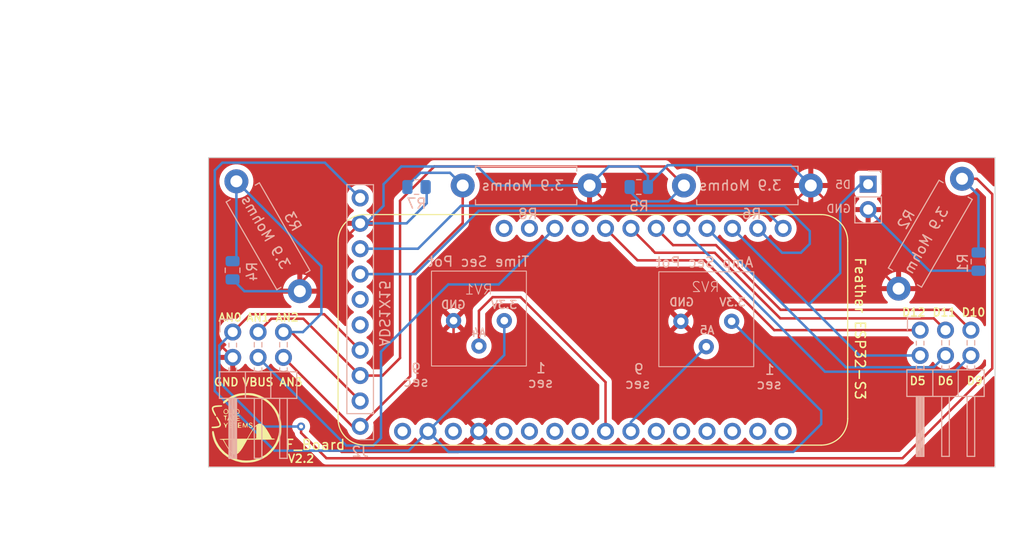
<source format=kicad_pcb>
(kicad_pcb (version 20221018) (generator pcbnew)
  (title_block (title "Voltage_Sensor_Timer") (date "2023-03-07") (rev "0"))
  (layers (0 "F.Cu" signal) (31 "B.Cu" signal) (34 "B.Paste" user) (35 "F.Paste" user) (36 "B.SilkS" user "B.Silkscreen") (37 "F.SilkS" user "F.Silkscreen") (38 "B.Mask" user) (39 "F.Mask" user) (44 "Edge.Cuts" user))
  (net 0 "")
  (net 1 "GND")
  (net 2 "VBUS")
  (net 4 "AN3")
  (net 5 "AN2")
  (net 6 "AN1")
  (net 7 "AN0")
  (net 8 "ALRT")
  (net 9 "ADDR")
  (net 10 "SDA")
  (net 11 "SCL")
  (net 12 "A0")
  (net 13 "A1")
  (net 14 "A2")
  (net 15 "A3")
  (net 16 "A4")
  (net 17 "A5")
  (net 18 "3.3V")
  (net 19 "RESET")
  (net 20 "D5")
  (net 21 "D6")
  (net 22 "D9")
  (net 23 "SCK")
  (net 24 "MOSI")
  (net 25 "MISO")
  (net 26 "RX")
  (net 27 "TX")
  (net 28 "TXDO")
  (net 29 "D10")
  (net 30 "VBAT")
  (net 32 "D11")
  (net 33 "D12")
  (net 34 "D13")
  (footprint "LOGO" (layer "F.Cu") (at 116.967 105.791)
    (fp_text reference "G***" hide)
    (fp_text value "LOGO" hide)
  )
  (footprint "Voltage_Sensor_Timer:Combined Sockets_1x16_1x12" (layer "F.Cu") (at 132.576808 106.172 90)
    (fp_text reference "ESP1" hide)
    (fp_text value "ESP32 S3 Feather ")
    (pad "0" thru_hole circle (at 0.027268 0.011192 270) (size 1.7 1.7) (drill 1) (layers "*.Cu" "*.Mask") (net 19 "RESET"))
    (pad "1" thru_hole circle (at 0.027268 2.551192 270) (size 1.7 1.7) (drill 1) (layers "*.Cu" "*.Mask") (net 18 "3.3V"))
    (pad "2" thru_hole circle (at 0.027268 5.091192 270) (size 1.7 1.7) (drill 1) (layers "*.Cu" "*.Mask"))
    (pad "3" thru_hole circle (at 0.027268 7.631192 270) (size 1.7 1.7) (drill 1) (layers "*.Cu" "*.Mask") (net 1 "GND"))
    (pad "4" thru_hole circle (at 0.027268 10.171192 270) (size 1.7 1.7) (drill 1) (layers "*.Cu" "*.Mask") (net 12 "A0"))
    (pad "5" thru_hole circle (at 0.027268 12.711192 270) (size 1.7 1.7) (drill 1) (layers "*.Cu" "*.Mask") (net 13 "A1"))
    (pad "6" thru_hole circle (at 0.027268 15.251192 270) (size 1.7 1.7) (drill 1) (layers "*.Cu" "*.Mask") (net 14 "A2"))
    (pad "7" thru_hole circle (at 0.027268 17.791192 270) (size 1.7 1.7) (drill 1) (layers "*.Cu" "*.Mask") (net 15 "A3"))
    (pad "8" thru_hole circle (at 0.027268 20.331192 270) (size 1.7 1.7) (drill 1) (layers "*.Cu" "*.Mask") (net 16 "A4"))
    (pad "9" thru_hole circle (at 0.027268 22.871192 270) (size 1.7 1.7) (drill 1) (layers "*.Cu" "*.Mask") (net 17 "A5"))
    (pad "10" thru_hole circle (at 0.027268 25.411192 270) (size 1.7 1.7) (drill 1) (layers "*.Cu" "*.Mask") (net 23 "SCK"))
    (pad "11" thru_hole circle (at 0.027268 27.951192 270) (size 1.7 1.7) (drill 1) (layers "*.Cu" "*.Mask") (net 24 "MOSI"))
    (pad "12" thru_hole circle (at 0.027268 30.491192 270) (size 1.7 1.7) (drill 1) (layers "*.Cu" "*.Mask") (net 25 "MISO"))
    (pad "13" thru_hole circle (at 0.027268 33.031192 270) (size 1.7 1.7) (drill 1) (layers "*.Cu" "*.Mask") (net 26 "RX"))
    (pad "14" thru_hole circle (at 0.027268 35.571192 270) (size 1.7 1.7) (drill 1) (layers "*.Cu" "*.Mask") (net 27 "TX"))
    (pad "15" thru_hole circle (at 0.027268 38.111192 270) (size 1.7 1.7) (drill 1) (layers "*.Cu" "*.Mask") (net 28 "TXDO"))
    (pad "16" thru_hole circle (at 20.347268 10.171192 270) (size 1.7 1.7) (drill 1) (layers "*.Cu" "*.Mask") (net 30 "VBAT"))
    (pad "17" thru_hole circle (at 20.347268 12.711192 270) (size 1.7 1.7) (drill 1) (layers "*.Cu" "*.Mask"))
    (pad "18" thru_hole circle (at 20.347268 15.251192 270) (size 1.7 1.7) (drill 1) (layers "*.Cu" "*.Mask") (net 2 "VBUS"))
    (pad "19" thru_hole circle (at 20.347268 17.791192 270) (size 1.7 1.7) (drill 1) (layers "*.Cu" "*.Mask") (net 34 "D13"))
    (pad "20" thru_hole circle (at 20.347268 20.331192 270) (size 1.7 1.7) (drill 1) (layers "*.Cu" "*.Mask") (net 33 "D12"))
    (pad "21" thru_hole circle (at 20.347268 22.871192 270) (size 1.7 1.7) (drill 1) (layers "*.Cu" "*.Mask") (net 32 "D11"))
    (pad "22" thru_hole circle (at 20.347268 25.411192 270) (size 1.7 1.7) (drill 1) (layers "*.Cu" "*.Mask") (net 29 "D10"))
    (pad "23" thru_hole circle (at 20.347268 27.951192 270) (size 1.7 1.7) (drill 1) (layers "*.Cu" "*.Mask") (net 22 "D9"))
    (pad "24" thru_hole circle (at 20.347268 30.491192 270) (size 1.7 1.7) (drill 1) (layers "*.Cu" "*.Mask") (net 21 "D6"))
    (pad "25" thru_hole circle (at 20.347268 33.031192 270) (size 1.7 1.7) (drill 1) (layers "*.Cu" "*.Mask") (net 20 "D5"))
    (pad "26" thru_hole circle (at 20.347268 35.571192 270) (size 1.7 1.7) (drill 1) (layers "*.Cu" "*.Mask") (net 11 "SCL"))
    (pad "27" thru_hole circle (at 20.347268 38.111192 270) (size 1.7 1.7) (drill 1) (layers "*.Cu" "*.Mask") (net 10 "SDA"))
  )
  (footprint "Resistor_THT:R_Axial_DIN0411_L9.9mm_D3.6mm_P12.70mm_Horizontal" (layer "B.Cu") (at 188.595 80.860739 -120)
    (fp_text reference "R2" (at 6.324665 2.800919 60) (layer "B.SilkS") (effects (justify mirror)))
    (fp_text value "R" hide)
    (pad "1" thru_hole circle (at 0 0 240) (size 2.4 2.4) (drill 1.2) (layers "*.Cu" "*.Mask") (net 7 "AN0"))
    (pad "2" thru_hole oval (at 12.7 0 240) (size 2.4 2.4) (drill 1.2) (layers "*.Cu" "*.Mask") (net 1 "GND"))
  )
  (footprint "Voltage_Sensor_Timer:PinSocket_1x10_P2.54mm_Vertical_1" (layer "B.Cu") (at 128.342521 105.641979)
    (fp_text reference "J2" (at 0 2.54 180) (layer "B.SilkS") (effects (justify mirror)))
    (fp_text value "Conn_01x10_Socket" hide)
    (pad "1" thru_hole circle (at 0 0) (size 1.7 1.7) (drill 1) (layers "*.Cu" "*.Mask") (net 4 "AN3"))
    (pad "2" thru_hole oval (at 0 -2.54) (size 1.7 1.7) (drill 1) (layers "*.Cu" "*.Mask") (net 5 "AN2"))
    (pad "3" thru_hole circle (at 0 -5.08) (size 1.7 1.7) (drill 1) (layers "*.Cu" "*.Mask") (net 6 "AN1"))
    (pad "4" thru_hole oval (at 0 -7.62) (size 1.7 1.7) (drill 1) (layers "*.Cu" "*.Mask") (net 7 "AN0"))
    (pad "5" thru_hole oval (at 0 -10.16) (size 1.7 1.7) (drill 1) (layers "*.Cu" "*.Mask") (net 8 "ALRT"))
    (pad "6" thru_hole oval (at 0 -12.7) (size 1.7 1.7) (drill 1) (layers "*.Cu" "*.Mask") (net 9 "ADDR"))
    (pad "7" thru_hole oval (at 0 -15.24) (size 1.7 1.7) (drill 1) (layers "*.Cu" "*.Mask") (net 10 "SDA"))
    (pad "8" thru_hole oval (at 0 -17.78) (size 1.7 1.7) (drill 1) (layers "*.Cu" "*.Mask") (net 11 "SCL"))
    (pad "9" thru_hole oval (at 0 -20.32) (size 1.7 1.7) (drill 1) (layers "*.Cu" "*.Mask") (net 1 "GND"))
    (pad "10" thru_hole oval (at 0 -22.86) (size 1.7 1.7) (drill 1) (layers "*.Cu" "*.Mask") (net 18 "3.3V"))
  )
  (footprint "Resistor_SMD:R_0805_2012Metric" (layer "B.Cu") (at 115.57 90.0195 -90)
    (fp_text reference "R4" (at 0.1251 -1.9558 90) (layer "B.SilkS") (effects (justify mirror)))
    (fp_text value "R" hide)
    (pad "1" smd roundrect (at -0.9125 0 270) (size 1.025 1.4) (layers "B.Cu" "B.Paste" "B.Mask") (roundrect_rratio 0.243902439) (net 5 "AN2"))
    (pad "2" smd roundrect (at 0.9125 0 270) (size 1.025 1.4) (layers "B.Cu" "B.Paste" "B.Mask") (roundrect_rratio 0.243902439) (net 1 "GND"))
  )
  (footprint "Connector_PinHeader_2.54mm:PinHeader_2x03_P2.54mm_Horizontal" (layer "B.Cu") (at 115.585 96.204 -90)
    (fp_text reference "J1" hide)
    (fp_text value "Conn_02x03_Top_Bottom")
    (pad "1" thru_hole circle (at 0 0 270) (size 1.7 1.7) (drill 1) (layers "*.Cu" "*.Mask") (net 7 "AN0"))
    (pad "2" thru_hole oval (at 2.54 0 270) (size 1.7 1.7) (drill 1) (layers "*.Cu" "*.Mask") (net 1 "GND"))
    (pad "3" thru_hole oval (at 0 -2.54 270) (size 1.7 1.7) (drill 1) (layers "*.Cu" "*.Mask") (net 6 "AN1"))
    (pad "4" thru_hole oval (at 2.54 -2.54 270) (size 1.7 1.7) (drill 1) (layers "*.Cu" "*.Mask") (net 2 "VBUS"))
    (pad "5" thru_hole oval (at 0 -5.08 270) (size 1.7 1.7) (drill 1) (layers "*.Cu" "*.Mask") (net 5 "AN2"))
    (pad "6" thru_hole oval (at 2.54 -5.08 270) (size 1.7 1.7) (drill 1) (layers "*.Cu" "*.Mask") (net 4 "AN3"))
  )
  (footprint "Resistor_SMD:R_0805_2012Metric" (layer "B.Cu") (at 133.985 81.6864)
    (fp_text reference "R7" (at 0 1.65) (layer "B.SilkS") (effects (justify mirror)))
    (fp_text value "R")
    (pad "1" smd roundrect (at -0.9125 0) (size 1.025 1.4) (layers "B.Cu" "B.Paste" "B.Mask") (roundrect_rratio 0.243902439) (net 4 "AN3"))
    (pad "2" smd roundrect (at 0.9125 0) (size 1.025 1.4) (layers "B.Cu" "B.Paste" "B.Mask") (roundrect_rratio 0.243902439) (net 1 "GND"))
  )
  (footprint "Connector_PinHeader_2.54mm:PinHeader_2x03_P2.54mm_Horizontal" (layer "B.Cu") (at 184.404 96.012 -90)
    (fp_text reference "J4" hide)
    (fp_text value "Conn_02x03_Top_Bottom" hide)
    (pad "1" thru_hole circle (at 0 0 270) (size 1.7 1.7) (drill 1) (layers "*.Cu" "*.Mask") (net 33 "D12"))
    (pad "2" thru_hole oval (at 2.54 0 270) (size 1.7 1.7) (drill 1) (layers "*.Cu" "*.Mask") (net 20 "D5"))
    (pad "3" thru_hole oval (at 0 -2.54 270) (size 1.7 1.7) (drill 1) (layers "*.Cu" "*.Mask") (net 32 "D11"))
    (pad "4" thru_hole oval (at 2.54 -2.54 270) (size 1.7 1.7) (drill 1) (layers "*.Cu" "*.Mask") (net 21 "D6"))
    (pad "5" thru_hole oval (at 0 -5.08 270) (size 1.7 1.7) (drill 1) (layers "*.Cu" "*.Mask") (net 29 "D10"))
    (pad "6" thru_hole oval (at 2.54 -5.08 270) (size 1.7 1.7) (drill 1) (layers "*.Cu" "*.Mask") (net 22 "D9"))
  )
  (footprint "Resistor_SMD:R_0805_2012Metric" (layer "B.Cu") (at 190.246 89.154 -90)
    (fp_text reference "R1" (at 0.1524 1.5748 90) (layer "B.SilkS") (effects (justify mirror)))
    (fp_text value "R" hide)
    (pad "1" smd roundrect (at -0.9125 0 270) (size 1.025 1.4) (layers "B.Cu" "B.Paste" "B.Mask") (roundrect_rratio 0.243902439) (net 7 "AN0"))
    (pad "2" smd roundrect (at 0.9125 0 270) (size 1.025 1.4) (layers "B.Cu" "B.Paste" "B.Mask") (roundrect_rratio 0.243902439) (net 1 "GND"))
  )
  (footprint "Voltage_Sensor_Timer:SSS_PotentiometerV3" (layer "B.Cu") (at 162.9918 97.6698)
    (fp_text reference "RV2" (at -0.0762 -5.9758 -360 unlocked) (layer "B.SilkS") (effects (font (thickness 0.1)) (justify mirror)))
    (fp_text value "Amp Sec Pot" (at -0.1778 -8.4396 unlocked) (layer "B.SilkS") (effects (justify mirror)))
    (pad "1" thru_hole circle (at 2.54 -2.54) (size 1.524 1.524) (drill 0.762) (layers "*.Cu" "*.Mask") (net 18 "3.3V"))
    (pad "2" thru_hole circle (at 0 0) (size 1.524 1.524) (drill 0.762) (layers "*.Cu" "*.Mask") (net 17 "A5"))
    (pad "3" thru_hole circle (at -2.54 -2.54) (size 1.524 1.524) (drill 0.762) (layers "*.Cu" "*.Mask") (net 1 "GND"))
  )
  (footprint "Resistor_THT:R_Axial_DIN0411_L9.9mm_D3.6mm_P12.70mm_Horizontal" (layer "B.Cu") (at 115.951 81.114739 -60)
    (fp_text reference "R3" (at 6.306071 -2.870314 120) (layer "B.SilkS") (effects (justify mirror)))
    (fp_text value "R" hide)
    (pad "1" thru_hole circle (at 0 0 300) (size 2.4 2.4) (drill 1.2) (layers "*.Cu" "*.Mask") (net 5 "AN2"))
    (pad "2" thru_hole oval (at 12.7 0 300) (size 2.4 2.4) (drill 1.2) (layers "*.Cu" "*.Mask") (net 1 "GND"))
  )
  (footprint "Connector_PinHeader_2.54mm:PinHeader_1x02_P2.54mm_Vertical" (layer "B.Cu") (at 179.197 81.407 180)
    (fp_text reference "J3" hide)
    (fp_text value "Conn_02x01")
    (pad "1" thru_hole rect (at 0 0 180) (size 1.7 1.7) (drill 1) (layers "*.Cu" "*.Mask") (net 20 "D5"))
    (pad "2" thru_hole oval (at 0 -2.54 180) (size 1.7 1.7) (drill 1) (layers "*.Cu" "*.Mask") (net 1 "GND"))
  )
  (footprint "Resistor_THT:R_Axial_DIN0411_L9.9mm_D3.6mm_P12.70mm_Horizontal" (layer "B.Cu") (at 160.7566 81.534)
    (fp_text reference "R6" (at 6.7818 2.8448) (layer "B.SilkS") (effects (justify mirror)))
    (fp_text value "R")
    (pad "1" thru_hole circle (at 0 0) (size 2.4 2.4) (drill 1.2) (layers "*.Cu" "*.Mask") (net 6 "AN1"))
    (pad "2" thru_hole oval (at 12.7 0) (size 2.4 2.4) (drill 1.2) (layers "*.Cu" "*.Mask") (net 1 "GND"))
  )
  (footprint "Voltage_Sensor_Timer:SSS_PotentiometerV3" (layer "B.Cu") (at 140.232525 97.604202)
    (fp_text reference "RV1" (at -0.024525 -5.656202 -360 unlocked) (layer "B.SilkS") (effects (font (thickness 0.1)) (justify mirror)))
    (fp_text value "Time Sec Pot" (at -0.024525 -8.450202 unlocked) (layer "B.SilkS") (effects (justify mirror)))
    (pad "1" thru_hole circle (at 2.54 -2.54) (size 1.524 1.524) (drill 0.762) (layers "*.Cu" "*.Mask") (net 18 "3.3V"))
    (pad "2" thru_hole circle (at 0 0) (size 1.524 1.524) (drill 0.762) (layers "*.Cu" "*.Mask") (net 16 "A4"))
    (pad "3" thru_hole circle (at -2.54 -2.54) (size 1.524 1.524) (drill 0.762) (layers "*.Cu" "*.Mask") (net 1 "GND"))
  )
  (footprint "Resistor_SMD:R_0805_2012Metric" (layer "B.Cu") (at 156.2354 81.6864)
    (fp_text reference "R5" (at 0.0254 1.905) (layer "B.SilkS") (effects (justify mirror)))
    (fp_text value "R")
    (pad "1" smd roundrect (at -0.9125 0) (size 1.025 1.4) (layers "B.Cu" "B.Paste" "B.Mask") (roundrect_rratio 0.243902439) (net 6 "AN1"))
    (pad "2" smd roundrect (at 0.9125 0) (size 1.025 1.4) (layers "B.Cu" "B.Paste" "B.Mask") (roundrect_rratio 0.243902439) (net 1 "GND"))
  )
  (footprint "Resistor_THT:R_Axial_DIN0411_L9.9mm_D3.6mm_P12.70mm_Horizontal" (layer "B.Cu") (at 138.6078 81.534)
    (fp_text reference "R8" (at 6.5278 2.8448) (layer "B.SilkS") (effects (justify mirror)))
    (fp_text value "R")
    (pad "1" thru_hole circle (at 0 0) (size 2.4 2.4) (drill 1.2) (layers "*.Cu" "*.Mask") (net 4 "AN3"))
    (pad "2" thru_hole oval (at 12.7 0) (size 2.4 2.4) (drill 1.2) (layers "*.Cu" "*.Mask") (net 1 "GND"))
  )
  (gr_rect (start 113.159218 78.739553) (end 191.899218 109.728) (stroke (width 0.1)) (fill none) (layer "Edge.Cuts"))
  (gr_text "sec" (at 147.7518 101.854) (layer "B.SilkS") (effects (font (size 1 1)) (justify left bottom mirror)))
  (gr_text "A4" (at 140.208 96.266) (layer "B.SilkS") (effects (font (size 0.8 0.8)) (justify mirror)))
  (gr_text "GND" (at 160.528 93.218) (layer "B.SilkS") (effects (font (size 0.8 0.8)) (justify mirror)))
  (gr_text "1" (at 147.0152 100.4062) (layer "B.SilkS") (effects (font (size 1 1)) (justify left bottom mirror)))
  (gr_text "3.9 Mohms" (at 120.4722 90.1446 300) (layer "B.SilkS") (effects (font (size 1 1)) (justify left bottom mirror)))
  (gr_text "GND" (at 137.668 93.472) (layer "B.SilkS") (effects (font (size 0.8 0.8)) (justify mirror)))
  (gr_text "3.9 Mohms" (at 148.844 82.1182) (layer "B.SilkS") (effects (font (size 1 1)) (justify left bottom mirror)))
  (gr_text "sec" (at 135.2804 101.7524) (layer "B.SilkS") (effects (font (size 1 1)) (justify left bottom mirror)))
  (gr_text "3.3V" (at 142.748 93.472) (layer "B.SilkS") (effects (font (size 0.8 0.8)) (justify mirror)))
  (gr_text "sec" (at 170.6372 102.0064) (layer "B.SilkS") (effects (font (size 1 1)) (justify left bottom mirror)))
  (gr_text "A5" (at 163.068 96.012) (layer "B.SilkS") (effects (font (size 0.8 0.8)) (justify mirror)))
  (gr_text "D5" (at 177.546 81.915) (layer "B.SilkS") (effects (font (size 0.8 0.8) (thickness 0.125) bold) (justify left bottom mirror)))
  (gr_text "9" (at 134.5184 100.457) (layer "B.SilkS") (effects (font (size 1 1)) (justify left bottom mirror)))
  (gr_text "3.9 Mohm" (at 187.4012 84.0232 60) (layer "B.SilkS") (effects (font (size 1 1)) (justify left bottom mirror)))
  (gr_text "GND" (at 177.546 84.328) (layer "B.SilkS") (effects (font (size 0.8 0.8) (thickness 0.125)) (justify left bottom mirror)))
  (gr_text "3.3V" (at 165.608 93.218) (layer "B.SilkS") (effects (font (size 0.8 0.8)) (justify mirror)))
  (gr_text "sec" (at 157.48 101.9556) (layer "B.SilkS") (effects (font (size 1 1)) (justify left bottom mirror)))
  (gr_text "1" (at 169.926 100.5586) (layer "B.SilkS") (effects (font (size 1 1)) (justify left bottom mirror)))
  (gr_text "3.9 Mohms" (at 170.6118 82.1182) (layer "B.SilkS") (effects (font (size 1 1)) (justify left bottom mirror)))
  (gr_text "9" (at 156.8196 100.5078) (layer "B.SilkS") (effects (font (size 1 1)) (justify left bottom mirror)))
  (gr_text "ADS1X15" (at 130.175 97.7392 270) (layer "B.SilkS") (effects (font (size 1 1)) (justify left bottom mirror)))
  (gr_text "AN0" (at 115.316 94.742) (layer "F.SilkS") (effects (font (size 0.8 0.8))))
  (gr_text "Feather ESP32-S3" (at 177.8 88.646 270) (layer "F.SilkS") (effects (font (size 1 1)) (justify left bottom)))
  (gr_text "AN3" (at 121.412 101.219) (layer "F.SilkS") (effects (font (size 0.8 0.8))))
  (gr_text "D9" (at 189.865 101.092) (layer "F.SilkS") (effects (font (size 0.8 0.8))))
  (gr_text "V2.2" (at 121.031 109.347) (layer "F.SilkS") (effects (font (size 0.8 0.8)) (justify left bottom)))
  (gr_text "GND" (at 114.935 101.219) (layer "F.SilkS") (effects (font (size 0.8 0.8))))
  (gr_text "D10" (at 189.738 94.234) (layer "F.SilkS") (effects (font (size 0.8 0.8))))
  (gr_text "VBUS" (at 118.11 101.219) (layer "F.SilkS") (effects (font (size 0.8 0.8))))
  (gr_text "D12" (at 183.769 94.234) (layer "F.SilkS") (effects (font (size 0.8 0.8))))
  (gr_text "F_Board" (at 120.777 108.077) (layer "F.SilkS") (effects (font (size 1 1)) (justify left bottom)))
  (gr_text "D11" (at 186.817 94.234) (layer "F.SilkS") (effects (font (size 0.8 0.8))))
  (gr_text "D5" (at 184.15 101.092) (layer "F.SilkS") (effects (font (size 0.8 0.8))))
  (gr_text "AN2" (at 121.031 94.742) (layer "F.SilkS") (effects (font (size 0.8 0.8))))
  (gr_text "D6" (at 186.944 101.092) (layer "F.SilkS") (effects (font (size 0.8 0.8))))
  (gr_text "AN1" (at 118.11 94.742) (layer "F.SilkS") (effects (font (size 0.8 0.8))))
  (segment (start 115.585 98.744) (end 115.585 99.68) (width 0.25) (layer "F.Cu") (net 1))
  (segment (start 137.692525 103.629257) (end 140.208 106.144732) (width 0.25) (layer "F.Cu") (net 1))
  (segment (start 117.055738 92.113262) (end 113.792 95.377) (width 0.25) (layer "F.Cu") (net 1))
  (segment (start 173.4566 81.534) (end 175.8696 83.947) (width 0.25) (layer "F.Cu") (net 1))
  (segment (start 113.792 95.377) (end 113.792 96.951) (width 0.25) (layer "F.Cu") (net 1))
  (segment (start 115.585 99.68) (end 116.235 100.33) (width 0.25) (layer "F.Cu") (net 1))
  (segment (start 170.7896 84.201) (end 173.4566 81.534) (width 0.25) (layer "F.Cu") (net 1))
  (segment (start 160.4518 95.1298) (end 157.328 92.006) (width 0.25) (layer "F.Cu") (net 1))
  (segment (start 151.3078 81.534) (end 153.9748 84.201) (width 0.25) (layer "F.Cu") (net 1))
  (segment (start 179.197 88.811262) (end 182.245 91.859262) (width 0.25) (layer "F.Cu") (net 1))
  (segment (start 175.8696 83.947) (end 179.197 83.947) (width 0.25) (layer "F.Cu") (net 1))
  (segment (start 122.301 92.113262) (end 117.055738 92.113262) (width 0.25) (layer "F.Cu") (net 1))
  (segment (start 126.492 108.204) (end 138.148732 108.204) (width 0.25) (layer "F.Cu") (net 1))
  (segment (start 179.197 83.947) (end 179.197 88.811262) (width 0.25) (layer "F.Cu") (net 1))
  (segment (start 140.750727 92.006) (end 137.692525 95.064202) (width 0.25) (layer "F.Cu") (net 1))
  (segment (start 128.342521 85.321979) (end 122.301 91.3635) (width 0.25) (layer "F.Cu") (net 1))
  (segment (start 137.692525 95.064202) (end 137.692525 103.629257) (width 0.25) (layer "F.Cu") (net 1))
  (segment (start 116.235 100.33) (end 118.618 100.33) (width 0.25) (layer "F.Cu") (net 1))
  (segment (start 157.328 92.006) (end 140.750727 92.006) (width 0.25) (layer "F.Cu") (net 1))
  (segment (start 122.301 91.3635) (end 122.301 92.113262) (width 0.25) (layer "F.Cu") (net 1))
  (segment (start 138.148732 108.204) (end 140.208 106.144732) (width 0.25) (layer "F.Cu") (net 1))
  (segment (start 153.9748 84.201) (end 170.7896 84.201) (width 0.25) (layer "F.Cu") (net 1))
  (segment (start 113.792 96.951) (end 115.585 98.744) (width 0.25) (layer "F.Cu") (net 1))
  (segment (start 118.618 100.33) (end 126.492 108.204) (width 0.25) (layer "F.Cu") (net 1))
  (segment (start 185.3165 90.0665) (end 190.246 90.0665) (width 0.25) (layer "B.Cu") (net 1))
  (segment (start 141.986 81.534) (end 140.081 79.629) (width 0.25) (layer "B.Cu") (net 1))
  (segment (start 132.991021 85.321979) (end 128.342521 85.321979) (width 0.25) (layer "B.Cu") (net 1))
  (segment (start 140.081 79.629) (end 132.461 79.629) (width 0.25) (layer "B.Cu") (net 1))
  (segment (start 130.683 83.566) (end 128.927021 85.321979) (width 0.25) (layer "B.Cu") (net 1))
  (segment (start 157.1479 81.4851) (end 159.131 79.502) (width 0.25) (layer "B.Cu") (net 1))
  (segment (start 134.8975 81.6864) (end 135.001 81.7899) (width 0.25) (layer "B.Cu") (net 1))
  (segment (start 116.751262 92.113262) (end 122.301 92.113262) (width 0.25) (layer "B.Cu") (net 1))
  (segment (start 115.57 90.932) (end 116.751262 92.113262) (width 0.25) (layer "B.Cu") (net 1))
  (segment (start 159.131 79.502) (end 171.4246 79.502) (width 0.25) (layer "B.Cu") (net 1))
  (segment (start 132.461 79.629) (end 130.683 81.407) (width 0.25) (layer "B.Cu") (net 1))
  (segment (start 157.1479 81.6864) (end 157.1479 80.5669) (width 0.25) (layer "B.Cu") (net 1))
  (segment (start 130.683 81.407) (end 130.683 83.566) (width 0.25) (layer "B.Cu") (net 1))
  (segment (start 171.4246 79.502) (end 173.4566 81.534) (width 0.25) (layer "B.Cu") (net 1))
  (segment (start 151.3078 81.534) (end 141.986 81.534) (width 0.25) (layer "B.Cu") (net 1))
  (segment (start 157.1479 81.6864) (end 157.1479 81.4851) (width 0.25) (layer "B.Cu") (net 1))
  (segment (start 128.927021 85.321979) (end 128.342521 85.321979) (width 0.25) (layer "B.Cu") (net 1))
  (segment (start 153.2128 79.629) (end 151.3078 81.534) (width 0.25) (layer "B.Cu") (net 1))
  (segment (start 179.197 83.947) (end 185.3165 90.0665) (width 0.25) (layer "B.Cu") (net 1))
  (segment (start 135.001 83.312) (end 132.991021 85.321979) (width 0.25) (layer "B.Cu") (net 1))
  (segment (start 156.21 79.629) (end 153.2128 79.629) (width 0.25) (layer "B.Cu") (net 1))
  (segment (start 157.1479 80.5669) (end 156.21 79.629) (width 0.25) (layer "B.Cu") (net 1))
  (segment (start 135.001 81.7899) (end 135.001 83.312) (width 0.25) (layer "B.Cu") (net 1))
  (segment (start 130.429 106.807) (end 129.667 107.569) (width 0.25) (layer "B.Cu") (net 2))
  (segment (start 142.212732 91.44) (end 137.16 91.44) (width 0.25) (layer "B.Cu") (net 2))
  (segment (start 147.828 85.824732) (end 142.212732 91.44) (width 0.25) (layer "B.Cu") (net 2))
  (segment (start 129.667 107.569) (end 126.95 107.569) (width 0.25) (layer "B.Cu") (net 2))
  (segment (start 126.95 107.569) (end 118.125 98.744) (width 0.25) (layer "B.Cu") (net 2))
  (segment (start 137.16 91.44) (end 130.429 98.171) (width 0.25) (layer "B.Cu") (net 2))
  (segment (start 130.429 98.171) (end 130.429 106.807) (width 0.25) (layer "B.Cu") (net 2))
  (segment (start 138.6078 81.534) (end 138.6078 85.2932) (width 0.25) (layer "F.Cu") (net 4))
  (segment (start 127.562979 105.641979) (end 128.342521 105.641979) (width 0.25) (layer "F.Cu") (net 4))
  (segment (start 138.6078 85.2932) (end 133.35 90.551) (width 0.25) (layer "F.Cu") (net 4))
  (segment (start 133.35 100.6345) (end 128.342521 105.641979) (width 0.25) (layer "F.Cu") (net 4))
  (segment (start 120.665 98.744) (end 127.562979 105.641979) (width 0.25) (layer "F.Cu") (net 4))
  (segment (start 133.35 90.551) (end 133.35 100.6345) (width 0.25) (layer "F.Cu") (net 4))
  (segment (start 133.0725 81.5575) (end 133.0725 81.6864) (width 0.25) (layer "B.Cu") (net 4))
  (segment (start 137.3378 80.264) (end 134.366 80.264) (width 0.25) (layer "B.Cu") (net 4))
  (segment (start 134.366 80.264) (end 133.0725 81.5575) (width 0.25) (layer "B.Cu") (net 4))
  (segment (start 138.6078 81.534) (end 137.3378 80.264) (width 0.25) (layer "B.Cu") (net 4))
  (segment (start 128.342521 103.101979) (end 121.444542 96.204) (width 0.25) (layer "F.Cu") (net 5))
  (segment (start 121.444542 96.204) (end 120.665 96.204) (width 0.25) (layer "F.Cu") (net 5))
  (segment (start 122.617 96.204) (end 120.665 96.204) (width 0.25) (layer "B.Cu") (net 5))
  (segment (start 124.46 94.361) (end 122.617 96.204) (width 0.25) (layer "B.Cu") (net 5))
  (segment (start 115.57 89.107) (end 115.951 88.726) (width 0.25) (layer "B.Cu") (net 5))
  (segment (start 115.951 81.114739) (end 124.46 89.623739) (width 0.25) (layer "B.Cu") (net 5))
  (segment (start 115.951 88.726) (end 115.951 81.114739) (width 0.25) (layer "B.Cu") (net 5))
  (segment (start 124.46 89.623739) (end 124.46 94.361) (width 0.25) (layer "B.Cu") (net 5))
  (segment (start 130.578021 100.561979) (end 128.342521 100.561979) (width 0.25) (layer "F.Cu") (net 6))
  (segment (start 132.334 83.058) (end 132.334 98.806) (width 0.25) (layer "F.Cu") (net 6))
  (segment (start 128.342521 100.561979) (end 122.649542 94.869) (width 0.25) (layer "F.Cu") (net 6))
  (segment (start 122.649542 94.869) (end 119.46 94.869) (width 0.25) (layer "F.Cu") (net 6))
  (segment (start 119.46 94.869) (end 118.125 96.204) (width 0.25) (layer "F.Cu") (net 6))
  (segment (start 135.763 79.629) (end 132.334 83.058) (width 0.25) (layer "F.Cu") (net 6))
  (segment (start 160.7566 81.534) (end 158.8516 79.629) (width 0.25) (layer "F.Cu") (net 6))
  (segment (start 158.8516 79.629) (end 135.763 79.629) (width 0.25) (layer "F.Cu") (net 6))
  (segment (start 132.334 98.806) (end 130.578021 100.561979) (width 0.25) (layer "F.Cu") (net 6))
  (segment (start 160.7566 81.534) (end 159.1746 83.116) (width 0.25) (layer "B.Cu") (net 6))
  (segment (start 159.1746 83.116) (end 156.337 83.116) (width 0.25) (layer "B.Cu") (net 6))
  (segment (start 155.3229 82.1019) (end 155.3229 81.6864) (width 0.25) (layer "B.Cu") (net 6))
  (segment (start 156.337 83.116) (end 155.3229 82.1019) (width 0.25) (layer "B.Cu") (net 6))
  (segment (start 124.739542 94.419) (end 117.37 94.419) (width 0.25) (layer "F.Cu") (net 7))
  (segment (start 191.621818 99.843182) (end 191.621818 82.401818) (width 0.25) (layer "F.Cu") (net 7))
  (segment (start 128.342521 98.021979) (end 124.739542 94.419) (width 0.25) (layer "F.Cu") (net 7))
  (segment (start 191.621818 82.401818) (end 190.080739 80.860739) (width 0.25) (layer "F.Cu") (net 7))
  (segment (start 182.626 108.839) (end 191.621818 99.843182) (width 0.25) (layer "F.Cu") (net 7))
  (segment (start 124.968 108.839) (end 182.626 108.839) (width 0.25) (layer "F.Cu") (net 7))
  (segment (start 117.37 94.419) (end 115.585 96.204) (width 0.25) (layer "F.Cu") (net 7))
  (segment (start 122.428 106.299) (end 124.968 108.839) (width 0.25) (layer "F.Cu") (net 7))
  (segment (start 122.428 105.664) (end 122.428 106.299) (width 0.25) (layer "F.Cu") (net 7))
  (segment (start 190.080739 80.860739) (end 188.595 80.860739) (width 0.25) (layer "F.Cu") (net 7))
  (via (at 122.428 105.664) (size 0.8) (drill 0.4) (layers "F.Cu" "B.Cu") (net 7))
  (segment (start 190.246 88.2415) (end 190.246 82.511739) (width 0.25) (layer "B.Cu") (net 7))
  (segment (start 114.242 101.219) (end 118.687 105.664) (width 0.25) (layer "B.Cu") (net 7))
  (segment (start 115.585 96.204) (end 114.242 97.547) (width 0.25) (layer "B.Cu") (net 7))
  (segment (start 118.687 105.664) (end 122.428 105.664) (width 0.25) (layer "B.Cu") (net 7))
  (segment (start 190.246 82.511739) (end 188.595 80.860739) (width 0.25) (layer "B.Cu") (net 7))
  (segment (start 114.242 97.547) (end 114.242 101.219) (width 0.25) (layer "B.Cu") (net 7))
  (segment (start 128.342521 90.401979) (end 133.880021 90.401979) (width 0.25) (layer "B.Cu") (net 10))
  (segment (start 168.937268 84.074) (end 170.688 85.824732) (width 0.25) (layer "B.Cu") (net 10))
  (segment (start 133.880021 90.401979) (end 140.208 84.074) (width 0.25) (layer "B.Cu") (net 10))
  (segment (start 140.208 84.074) (end 168.937268 84.074) (width 0.25) (layer "B.Cu") (net 10))
  (segment (start 138.43 83.566) (end 134.134021 87.861979) (width 0.25) (layer "B.Cu") (net 11))
  (segment (start 173.355 86.106) (end 170.815 83.566) (width 0.25) (layer "B.Cu") (net 11))
  (segment (start 170.815 83.566) (end 138.43 83.566) (width 0.25) (layer "B.Cu") (net 11))
  (segment (start 170.588268 88.265) (end 172.466 88.265) (width 0.25) (layer "B.Cu") (net 11))
  (segment (start 168.148 85.824732) (end 170.588268 88.265) (width 0.25) (layer "B.Cu") (net 11))
  (segment (start 172.466 88.265) (end 173.355 87.376) (width 0.25) (layer "B.Cu") (net 11))
  (segment (start 134.134021 87.861979) (end 128.342521 87.861979) (width 0.25) (layer "B.Cu") (net 11))
  (segment (start 173.355 87.376) (end 173.355 86.106) (width 0.25) (layer "B.Cu") (net 11))
  (segment (start 140.232525 97.604202) (end 140.232525 94.082475) (width 0.25) (layer "F.Cu") (net 16))
  (segment (start 141.605 92.71) (end 144.399 92.71) (width 0.25) (layer "F.Cu") (net 16))
  (segment (start 152.908 101.219) (end 152.908 106.144732) (width 0.25) (layer "F.Cu") (net 16))
  (segment (start 144.399 92.71) (end 152.908 101.219) (width 0.25) (layer "F.Cu") (net 16))
  (segment (start 140.232525 94.082475) (end 141.605 92.71) (width 0.25) (layer "F.Cu") (net 16))
  (segment (start 155.448 105.2136) (end 155.448 106.144732) (width 0.25) (layer "B.Cu") (net 17))
  (segment (start 162.9918 97.6698) (end 155.448 105.2136) (width 0.25) (layer "B.Cu") (net 17))
  (segment (start 142.772525 98.500207) (end 135.128 106.144732) (width 0.25) (layer "B.Cu") (net 18))
  (segment (start 133.195732 108.077) (end 119.761 108.077) (width 0.25) (layer "B.Cu") (net 18))
  (segment (start 171.704 108.204) (end 137.187268 108.204) (width 0.25) (layer "B.Cu") (net 18))
  (segment (start 137.187268 108.204) (end 135.128 106.144732) (width 0.25) (layer "B.Cu") (net 18))
  (segment (start 113.792 102.108) (end 113.792 80.01) (width 0.25) (layer "B.Cu") (net 18))
  (segment (start 113.792 80.01) (end 114.554 79.248) (width 0.25) (layer "B.Cu") (net 18))
  (segment (start 142.772525 95.064202) (end 142.772525 98.500207) (width 0.25) (layer "B.Cu") (net 18))
  (segment (start 135.128 106.144732) (end 133.195732 108.077) (width 0.25) (layer "B.Cu") (net 18))
  (segment (start 174.498 105.41) (end 171.704 108.204) (width 0.25) (layer "B.Cu") (net 18))
  (segment (start 114.554 79.248) (end 124.808542 79.248) (width 0.25) (layer "B.Cu") (net 18))
  (segment (start 165.5318 95.1298) (end 174.498 104.096) (width 0.25) (layer "B.Cu") (net 18))
  (segment (start 174.498 104.096) (end 174.498 105.41) (width 0.25) (layer "B.Cu") (net 18))
  (segment (start 119.761 108.077) (end 113.792 102.108) (width 0.25) (layer "B.Cu") (net 18))
  (segment (start 124.808542 79.248) (end 128.342521 82.781979) (width 0.25) (layer "B.Cu") (net 18))
  (segment (start 179.197 81.407) (end 178.435 81.407) (width 0.25) (layer "B.Cu") (net 20))
  (segment (start 173.241634 93.458366) (end 165.608 85.824732) (width 0.25) (layer "B.Cu") (net 20))
  (segment (start 176.403 83.439) (end 176.403 90.297) (width 0.25) (layer "B.Cu") (net 20))
  (segment (start 178.435 81.407) (end 176.403 83.439) (width 0.25) (layer "B.Cu") (net 20))
  (segment (start 176.403 90.297) (end 173.241634 93.458366) (width 0.25) (layer "B.Cu") (net 20))
  (segment (start 184.404 98.552) (end 178.335268 98.552) (width 0.25) (layer "B.Cu") (net 20))
  (segment (start 178.335268 98.552) (end 173.241634 93.458366) (width 0.25) (layer "B.Cu") (net 20))
  (segment (start 185.769 99.727) (end 176.970268 99.727) (width 0.25) (layer "B.Cu") (net 21))
  (segment (start 176.970268 99.727) (end 163.068 85.824732) (width 0.25) (layer "B.Cu") (net 21))
  (segment (start 186.944 98.552) (end 185.769 99.727) (width 0.25) (layer "B.Cu") (net 21))
  (segment (start 187.859 100.177) (end 174.880268 100.177) (width 0.25) (layer "B.Cu") (net 22))
  (segment (start 174.880268 100.177) (end 160.528 85.824732) (width 0.25) (layer "B.Cu") (net 22))
  (segment (start 189.484 98.552) (end 187.859 100.177) (width 0.25) (layer "B.Cu") (net 22))
  (segment (start 189.484 96.012) (end 187.452 93.98) (width 0.25) (layer "F.Cu") (net 29))
  (segment (start 159.666268 87.503) (end 157.988 85.824732) (width 0.25) (layer "F.Cu") (net 29))
  (segment (start 163.957 87.503) (end 159.666268 87.503) (width 0.25) (layer "F.Cu") (net 29))
  (segment (start 170.434 93.98) (end 163.957 87.503) (width 0.25) (layer "F.Cu") (net 29))
  (segment (start 187.452 93.98) (end 170.434 93.98) (width 0.25) (layer "F.Cu") (net 29))
  (segment (start 163.83 88.265) (end 157.861 88.265) (width 0.25) (layer "F.Cu") (net 32))
  (segment (start 170.402 94.837) (end 163.83 88.265) (width 0.25) (layer "F.Cu") (net 32))
  (segment (start 157.607 88.011) (end 157.607 87.983732) (width 0.25) (layer "F.Cu") (net 32))
  (segment (start 157.607 87.983732) (end 155.448 85.824732) (width 0.25) (layer "F.Cu") (net 32))
  (segment (start 157.861 88.265) (end 157.607 88.011) (width 0.25) (layer "F.Cu") (net 32))
  (segment (start 185.769 94.837) (end 170.402 94.837) (width 0.25) (layer "F.Cu") (net 32))
  (segment (start 186.944 96.012) (end 185.769 94.837) (width 0.25) (layer "F.Cu") (net 32))
  (segment (start 169.799 96.012) (end 162.814 89.027) (width 0.25) (layer "F.Cu") (net 33))
  (segment (start 156.110268 89.027) (end 152.908 85.824732) (width 0.25) (layer "F.Cu") (net 33))
  (segment (start 162.814 89.027) (end 156.110268 89.027) (width 0.25) (layer "F.Cu") (net 33))
  (segment (start 184.404 96.012) (end 169.799 96.012) (width 0.25) (layer "F.Cu") (net 33))
  (zone (net 1) (net_name "GND") (layer "F.Cu") (connect_pads (clearance 0.5)) (min_thickness 0.25) (fill yes (thermal_gap 0.5) (thermal_bridge_width 0.5))
    (polygon (pts (xy 194.564 74.93) (xy 109.728 75.692) (xy 110.744 113.538) (xy 194.818 113.284)))
  )
)
</source>
